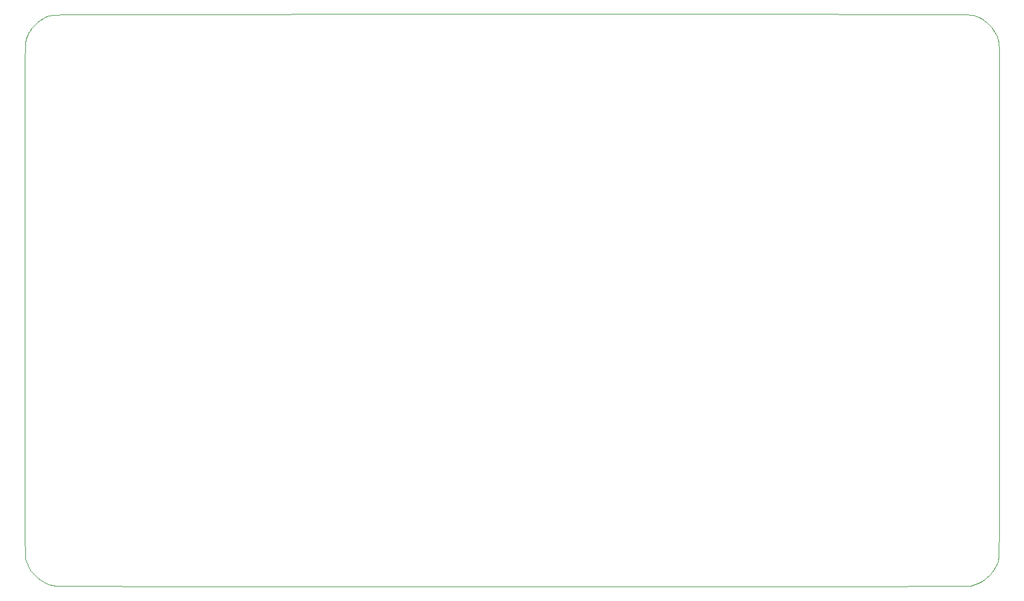
<source format=gbr>
%TF.GenerationSoftware,Flux,Pcbnew,7.0.11-7.0.11~ubuntu20.04.1*%
%TF.CreationDate,2024-08-20T12:49:29+00:00*%
%TF.ProjectId,input,696e7075-742e-46b6-9963-61645f706362,rev?*%
%TF.SameCoordinates,Original*%
%TF.FileFunction,Profile,NP*%
%FSLAX46Y46*%
G04 Gerber Fmt 4.6, Leading zero omitted, Abs format (unit mm)*
G04 Filename: known-fuchsia-translation-collar*
G04 Build it with Flux! Visit our site at: https://www.flux.ai (PCBNEW 7.0.11-7.0.11~ubuntu20.04.1) date 2024-08-20 12:49:29*
%MOMM*%
%LPD*%
G01*
G04 APERTURE LIST*
%TA.AperFunction,Profile*%
%ADD10C,0.050000*%
%TD*%
G04 APERTURE END LIST*
D10*
X27190000Y-19190000D02*
X26974468Y-19262778D01*
X26974468Y-19262778D02*
X26767407Y-19341389D01*
X26767407Y-19341389D02*
X26568125Y-19426250D01*
X26568125Y-19426250D02*
X26375926Y-19517778D01*
X26375926Y-19517778D02*
X26190116Y-19616389D01*
X26190116Y-19616389D02*
X26010000Y-19722500D01*
X26010000Y-19722500D02*
X25834884Y-19836528D01*
X25834884Y-19836528D02*
X25664074Y-19958889D01*
X25664074Y-19958889D02*
X25496875Y-20090000D01*
X25496875Y-20090000D02*
X25332593Y-20230278D01*
X25332593Y-20230278D02*
X25170532Y-20380139D01*
X25170532Y-20380139D02*
X25010000Y-20540000D01*
X25010000Y-20540000D02*
X24858027Y-20704525D01*
X24858027Y-20704525D02*
X24716713Y-20868704D01*
X24716713Y-20868704D02*
X24585469Y-21033438D01*
X24585469Y-21033438D02*
X24463704Y-21199630D01*
X24463704Y-21199630D02*
X24350828Y-21368183D01*
X24350828Y-21368183D02*
X24246250Y-21540000D01*
X24246250Y-21540000D02*
X24149381Y-21715984D01*
X24149381Y-21715984D02*
X24059630Y-21897037D01*
X24059630Y-21897037D02*
X23976406Y-22084063D01*
X23976406Y-22084063D02*
X23899120Y-22277963D01*
X23899120Y-22277963D02*
X23827182Y-22479641D01*
X23827182Y-22479641D02*
X23760000Y-22690000D01*
X23760000Y-22690000D02*
X23725341Y-22887170D01*
X23725341Y-22887170D02*
X23696065Y-23290694D01*
X23696065Y-23290694D02*
X23671719Y-23993594D01*
X23671719Y-23993594D02*
X23651852Y-25088889D01*
X23651852Y-25088889D02*
X23636013Y-26669601D01*
X23636013Y-26669601D02*
X23623750Y-28828750D01*
X23623750Y-28828750D02*
X23614612Y-31659358D01*
X23614612Y-31659358D02*
X23608148Y-35254444D01*
X23608148Y-35254444D02*
X23603906Y-39707031D01*
X23603906Y-39707031D02*
X23601435Y-45110139D01*
X23601435Y-45110139D02*
X23600284Y-51556788D01*
X23600284Y-51556788D02*
X23600000Y-59140000D01*
X23600000Y-59140000D02*
X23600828Y-64979392D01*
X23600828Y-64979392D02*
X23603287Y-70290972D01*
X23603287Y-70290972D02*
X23607344Y-75079844D01*
X23607344Y-75079844D02*
X23612963Y-79351111D01*
X23612963Y-79351111D02*
X23620110Y-83109878D01*
X23620110Y-83109878D02*
X23628750Y-86361250D01*
X23628750Y-86361250D02*
X23638848Y-89110330D01*
X23638848Y-89110330D02*
X23650370Y-91362222D01*
X23650370Y-91362222D02*
X23663281Y-93122031D01*
X23663281Y-93122031D02*
X23677546Y-94394861D01*
X23677546Y-94394861D02*
X23693131Y-95185816D01*
X23693131Y-95185816D02*
X23710000Y-95500000D01*
X23710000Y-95500000D02*
X23837130Y-95942552D01*
X23837130Y-95942552D02*
X24011204Y-96372917D01*
X24011204Y-96372917D02*
X24228750Y-96787656D01*
X24228750Y-96787656D02*
X24486296Y-97183333D01*
X24486296Y-97183333D02*
X24780370Y-97556510D01*
X24780370Y-97556510D02*
X25107500Y-97903750D01*
X25107500Y-97903750D02*
X25464213Y-98221615D01*
X25464213Y-98221615D02*
X25847037Y-98506667D01*
X25847037Y-98506667D02*
X26252500Y-98755469D01*
X26252500Y-98755469D02*
X26677130Y-98964583D01*
X26677130Y-98964583D02*
X27117454Y-99130573D01*
X27117454Y-99130573D02*
X27570000Y-99250000D01*
X27570000Y-99250000D02*
X27911481Y-99280260D01*
X27911481Y-99280260D02*
X28728519Y-99306250D01*
X28728519Y-99306250D02*
X30152500Y-99328281D01*
X30152500Y-99328281D02*
X32314815Y-99346667D01*
X32314815Y-99346667D02*
X35346852Y-99361719D01*
X35346852Y-99361719D02*
X39380000Y-99373750D01*
X39380000Y-99373750D02*
X44545648Y-99383073D01*
X44545648Y-99383073D02*
X50975185Y-99390000D01*
X50975185Y-99390000D02*
X58800000Y-99394844D01*
X58800000Y-99394844D02*
X68151481Y-99397917D01*
X68151481Y-99397917D02*
X79161019Y-99399531D01*
X79161019Y-99399531D02*
X91960000Y-99400000D01*
X91960000Y-99400000D02*
X102676568Y-99399363D01*
X102676568Y-99399363D02*
X112329213Y-99397407D01*
X112329213Y-99397407D02*
X120944844Y-99394063D01*
X120944844Y-99394063D02*
X128550370Y-99389259D01*
X128550370Y-99389259D02*
X135172703Y-99382928D01*
X135172703Y-99382928D02*
X140838750Y-99375000D01*
X140838750Y-99375000D02*
X145575422Y-99365405D01*
X145575422Y-99365405D02*
X149409630Y-99354074D01*
X149409630Y-99354074D02*
X152368281Y-99340938D01*
X152368281Y-99340938D02*
X154478287Y-99325926D01*
X154478287Y-99325926D02*
X155766557Y-99308970D01*
X155766557Y-99308970D02*
X156260000Y-99290000D01*
X156260000Y-99290000D02*
X156618582Y-99209641D01*
X156618582Y-99209641D02*
X156972824Y-99099630D01*
X156972824Y-99099630D02*
X157320469Y-98961562D01*
X157320469Y-98961562D02*
X157659259Y-98797037D01*
X157659259Y-98797037D02*
X157986939Y-98607650D01*
X157986939Y-98607650D02*
X158301250Y-98395000D01*
X158301250Y-98395000D02*
X158599936Y-98160683D01*
X158599936Y-98160683D02*
X158880741Y-97906296D01*
X158880741Y-97906296D02*
X159141406Y-97633438D01*
X159141406Y-97633438D02*
X159379676Y-97343704D01*
X159379676Y-97343704D02*
X159593293Y-97038692D01*
X159593293Y-97038692D02*
X159780000Y-96720000D01*
X159780000Y-96720000D02*
X159932946Y-96470428D01*
X159932946Y-96470428D02*
X160058565Y-96242593D01*
X160058565Y-96242593D02*
X160159531Y-95872813D01*
X160159531Y-95872813D02*
X160238519Y-95197407D01*
X160238519Y-95197407D02*
X160298200Y-94052697D01*
X160298200Y-94052697D02*
X160341250Y-92275000D01*
X160341250Y-92275000D02*
X160370341Y-89700637D01*
X160370341Y-89700637D02*
X160388148Y-86165926D01*
X160388148Y-86165926D02*
X160397344Y-81507188D01*
X160397344Y-81507188D02*
X160400602Y-75560741D01*
X160400602Y-75560741D02*
X160400596Y-68162905D01*
X160400596Y-68162905D02*
X160400000Y-59150000D01*
X160400000Y-59150000D02*
X160399705Y-51220359D01*
X160399705Y-51220359D02*
X160398472Y-44552037D01*
X160398472Y-44552037D02*
X160395781Y-39033438D01*
X160395781Y-39033438D02*
X160391111Y-34552963D01*
X160391111Y-34552963D02*
X160383941Y-30999016D01*
X160383941Y-30999016D02*
X160373750Y-28260000D01*
X160373750Y-28260000D02*
X160360017Y-26224317D01*
X160360017Y-26224317D02*
X160342222Y-24780370D01*
X160342222Y-24780370D02*
X160319844Y-23816563D01*
X160319844Y-23816563D02*
X160292361Y-23221296D01*
X160292361Y-23221296D02*
X160259253Y-22882975D01*
X160259253Y-22882975D02*
X160220000Y-22690000D01*
X160220000Y-22690000D02*
X160084861Y-22275075D01*
X160084861Y-22275075D02*
X159915556Y-21876435D01*
X159915556Y-21876435D02*
X159713750Y-21495781D01*
X159713750Y-21495781D02*
X159481111Y-21134815D01*
X159481111Y-21134815D02*
X159219306Y-20795237D01*
X159219306Y-20795237D02*
X158930000Y-20478750D01*
X158930000Y-20478750D02*
X158614861Y-20187054D01*
X158614861Y-20187054D02*
X158275556Y-19921852D01*
X158275556Y-19921852D02*
X157913750Y-19684844D01*
X157913750Y-19684844D02*
X157531111Y-19477731D01*
X157531111Y-19477731D02*
X157129306Y-19302216D01*
X157129306Y-19302216D02*
X156710000Y-19160000D01*
X156710000Y-19160000D02*
X156447946Y-19125347D01*
X156447946Y-19125347D02*
X155801898Y-19096111D01*
X155801898Y-19096111D02*
X154607031Y-19071875D01*
X154607031Y-19071875D02*
X152698519Y-19052222D01*
X152698519Y-19052222D02*
X149911534Y-19036736D01*
X149911534Y-19036736D02*
X146081250Y-19025000D01*
X146081250Y-19025000D02*
X141042841Y-19016597D01*
X141042841Y-19016597D02*
X134631481Y-19011111D01*
X134631481Y-19011111D02*
X126682344Y-19008125D01*
X126682344Y-19008125D02*
X117030602Y-19007222D01*
X117030602Y-19007222D02*
X105511429Y-19007986D01*
X105511429Y-19007986D02*
X91960000Y-19010000D01*
X91960000Y-19010000D02*
X77828958Y-19010295D01*
X77828958Y-19010295D02*
X65931667Y-19011528D01*
X65931667Y-19011528D02*
X56074375Y-19014219D01*
X56074375Y-19014219D02*
X48063333Y-19018889D01*
X48063333Y-19018889D02*
X41704792Y-19026059D01*
X41704792Y-19026059D02*
X36805000Y-19036250D01*
X36805000Y-19036250D02*
X33170208Y-19049983D01*
X33170208Y-19049983D02*
X30606667Y-19067778D01*
X30606667Y-19067778D02*
X28920625Y-19090156D01*
X28920625Y-19090156D02*
X27918333Y-19117639D01*
X27918333Y-19117639D02*
X27406042Y-19150747D01*
X27406042Y-19150747D02*
X27190000Y-19190000D01*
M02*

</source>
